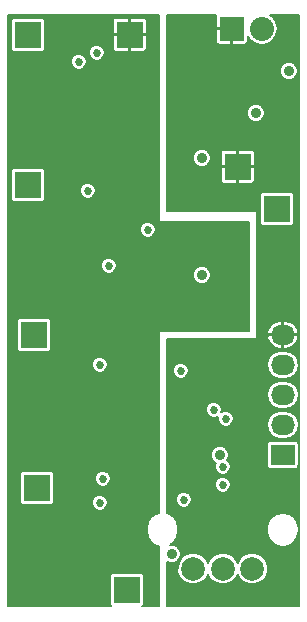
<source format=gbr>
G04 #@! TF.FileFunction,Copper,L3,Inr,Signal*
%FSLAX46Y46*%
G04 Gerber Fmt 4.6, Leading zero omitted, Abs format (unit mm)*
G04 Created by KiCad (PCBNEW 0.201505220134+5676~23~ubuntu14.04.1-product) date Mon 25 May 2015 02:30:49 PM EDT*
%MOMM*%
G01*
G04 APERTURE LIST*
%ADD10C,0.100000*%
%ADD11R,2.032000X2.032000*%
%ADD12O,2.032000X2.032000*%
%ADD13R,2.032000X1.727200*%
%ADD14O,2.032000X1.727200*%
%ADD15R,2.235200X2.235200*%
%ADD16C,2.000000*%
%ADD17C,0.889000*%
%ADD18C,0.685800*%
%ADD19C,0.152400*%
G04 APERTURE END LIST*
D10*
D11*
X97282000Y-69088000D03*
D12*
X99822000Y-69088000D03*
D13*
X101600000Y-105156000D03*
D14*
X101600000Y-102616000D03*
X101600000Y-100076000D03*
X101600000Y-97536000D03*
X101600000Y-94996000D03*
D15*
X88646000Y-69596000D03*
X101092000Y-84328000D03*
X97790000Y-80772000D03*
X88392000Y-116586000D03*
X80010000Y-69596000D03*
X80518000Y-94996000D03*
X80772000Y-107950000D03*
X80010000Y-82296000D03*
D16*
X99020000Y-114808000D03*
X96520000Y-114808000D03*
X94020000Y-114808000D03*
D17*
X93218000Y-110236000D03*
X102362000Y-92964000D03*
X101346000Y-78994000D03*
X94742000Y-77978000D03*
X94996000Y-105156000D03*
X100584000Y-89916000D03*
X92202000Y-113538000D03*
X102108000Y-72644000D03*
X99314000Y-76200000D03*
X94742000Y-80010000D03*
X94742000Y-89916000D03*
X96266000Y-105156000D03*
D18*
X85852000Y-71120000D03*
X84328000Y-71882000D03*
X92964000Y-98044000D03*
X86106000Y-97536000D03*
X86360000Y-107188000D03*
X86106000Y-109220000D03*
X96774000Y-102108000D03*
X90170000Y-86106000D03*
X85090000Y-82804000D03*
X86868000Y-89154000D03*
D17*
X87884000Y-77978000D03*
X90170000Y-75946000D03*
X87884000Y-80010000D03*
X90170000Y-81788000D03*
X78994000Y-85090000D03*
X78740000Y-72390000D03*
X78994000Y-110236000D03*
X78994000Y-97536000D03*
X90932000Y-88646000D03*
X90678000Y-91186000D03*
X95504000Y-88392000D03*
X95504000Y-93472000D03*
D18*
X95758000Y-101346000D03*
X96520000Y-107696000D03*
X93218000Y-108966000D03*
X96520000Y-106172000D03*
D19*
G36*
X98729800Y-94665800D02*
X95516834Y-94665800D01*
X95516834Y-89762579D01*
X95399141Y-89477741D01*
X95181405Y-89259624D01*
X94896773Y-89141435D01*
X94588579Y-89141166D01*
X94303741Y-89258859D01*
X94085624Y-89476595D01*
X93967435Y-89761227D01*
X93967166Y-90069421D01*
X94084859Y-90354259D01*
X94302595Y-90572376D01*
X94587227Y-90690565D01*
X94895421Y-90690834D01*
X95180259Y-90573141D01*
X95398376Y-90355405D01*
X95516565Y-90070773D01*
X95516834Y-89762579D01*
X95516834Y-94665800D01*
X91109800Y-94665800D01*
X91109800Y-94996000D01*
X91109800Y-110111483D01*
X90910954Y-110151036D01*
X90843217Y-110196296D01*
X90843217Y-85972699D01*
X90740959Y-85725217D01*
X90551778Y-85535706D01*
X90304475Y-85433017D01*
X90093800Y-85432832D01*
X90093800Y-70779281D01*
X90093800Y-70647919D01*
X90093800Y-69729350D01*
X90093800Y-69462650D01*
X90093800Y-68544081D01*
X90093800Y-68412719D01*
X90043530Y-68291357D01*
X89950643Y-68198470D01*
X89829281Y-68148200D01*
X88779350Y-68148200D01*
X88696800Y-68230750D01*
X88696800Y-69545200D01*
X90011250Y-69545200D01*
X90093800Y-69462650D01*
X90093800Y-69729350D01*
X90011250Y-69646800D01*
X88696800Y-69646800D01*
X88696800Y-70961250D01*
X88779350Y-71043800D01*
X89829281Y-71043800D01*
X89950643Y-70993530D01*
X90043530Y-70900643D01*
X90093800Y-70779281D01*
X90093800Y-85432832D01*
X90036699Y-85432783D01*
X89789217Y-85535041D01*
X89599706Y-85724222D01*
X89497017Y-85971525D01*
X89496783Y-86239301D01*
X89599041Y-86486783D01*
X89788222Y-86676294D01*
X90035525Y-86778983D01*
X90303301Y-86779217D01*
X90550783Y-86676959D01*
X90740294Y-86487778D01*
X90842983Y-86240475D01*
X90843217Y-85972699D01*
X90843217Y-110196296D01*
X90479407Y-110439388D01*
X90191055Y-110870935D01*
X90089800Y-111379981D01*
X90089800Y-111636019D01*
X90191055Y-112145065D01*
X90479407Y-112576612D01*
X90910954Y-112864964D01*
X91109800Y-112904516D01*
X91109800Y-117983800D01*
X89684280Y-117983800D01*
X89746162Y-117943150D01*
X89820236Y-117833413D01*
X89846269Y-117703600D01*
X89846269Y-115468400D01*
X89821841Y-115342496D01*
X89749150Y-115231838D01*
X89639413Y-115157764D01*
X89509600Y-115131731D01*
X88595200Y-115131731D01*
X88595200Y-70961250D01*
X88595200Y-69646800D01*
X88595200Y-69545200D01*
X88595200Y-68230750D01*
X88512650Y-68148200D01*
X87462719Y-68148200D01*
X87341357Y-68198470D01*
X87248470Y-68291357D01*
X87198200Y-68412719D01*
X87198200Y-68544081D01*
X87198200Y-69462650D01*
X87280750Y-69545200D01*
X88595200Y-69545200D01*
X88595200Y-69646800D01*
X87280750Y-69646800D01*
X87198200Y-69729350D01*
X87198200Y-70647919D01*
X87198200Y-70779281D01*
X87248470Y-70900643D01*
X87341357Y-70993530D01*
X87462719Y-71043800D01*
X88512650Y-71043800D01*
X88595200Y-70961250D01*
X88595200Y-115131731D01*
X87541217Y-115131731D01*
X87541217Y-89020699D01*
X87438959Y-88773217D01*
X87249778Y-88583706D01*
X87002475Y-88481017D01*
X86734699Y-88480783D01*
X86525217Y-88567339D01*
X86525217Y-70986699D01*
X86422959Y-70739217D01*
X86233778Y-70549706D01*
X85986475Y-70447017D01*
X85718699Y-70446783D01*
X85471217Y-70549041D01*
X85281706Y-70738222D01*
X85179017Y-70985525D01*
X85178783Y-71253301D01*
X85281041Y-71500783D01*
X85470222Y-71690294D01*
X85717525Y-71792983D01*
X85985301Y-71793217D01*
X86232783Y-71690959D01*
X86422294Y-71501778D01*
X86524983Y-71254475D01*
X86525217Y-70986699D01*
X86525217Y-88567339D01*
X86487217Y-88583041D01*
X86297706Y-88772222D01*
X86195017Y-89019525D01*
X86194783Y-89287301D01*
X86297041Y-89534783D01*
X86486222Y-89724294D01*
X86733525Y-89826983D01*
X87001301Y-89827217D01*
X87248783Y-89724959D01*
X87438294Y-89535778D01*
X87540983Y-89288475D01*
X87541217Y-89020699D01*
X87541217Y-115131731D01*
X87274400Y-115131731D01*
X87148496Y-115156159D01*
X87037838Y-115228850D01*
X87033217Y-115235695D01*
X87033217Y-107054699D01*
X86930959Y-106807217D01*
X86779217Y-106655210D01*
X86779217Y-97402699D01*
X86676959Y-97155217D01*
X86487778Y-96965706D01*
X86240475Y-96863017D01*
X85972699Y-96862783D01*
X85763217Y-96949339D01*
X85763217Y-82670699D01*
X85660959Y-82423217D01*
X85471778Y-82233706D01*
X85224475Y-82131017D01*
X85001217Y-82130821D01*
X85001217Y-71748699D01*
X84898959Y-71501217D01*
X84709778Y-71311706D01*
X84462475Y-71209017D01*
X84194699Y-71208783D01*
X83947217Y-71311041D01*
X83757706Y-71500222D01*
X83655017Y-71747525D01*
X83654783Y-72015301D01*
X83757041Y-72262783D01*
X83946222Y-72452294D01*
X84193525Y-72554983D01*
X84461301Y-72555217D01*
X84708783Y-72452959D01*
X84898294Y-72263778D01*
X85000983Y-72016475D01*
X85001217Y-71748699D01*
X85001217Y-82130821D01*
X84956699Y-82130783D01*
X84709217Y-82233041D01*
X84519706Y-82422222D01*
X84417017Y-82669525D01*
X84416783Y-82937301D01*
X84519041Y-83184783D01*
X84708222Y-83374294D01*
X84955525Y-83476983D01*
X85223301Y-83477217D01*
X85470783Y-83374959D01*
X85660294Y-83185778D01*
X85762983Y-82938475D01*
X85763217Y-82670699D01*
X85763217Y-96949339D01*
X85725217Y-96965041D01*
X85535706Y-97154222D01*
X85433017Y-97401525D01*
X85432783Y-97669301D01*
X85535041Y-97916783D01*
X85724222Y-98106294D01*
X85971525Y-98208983D01*
X86239301Y-98209217D01*
X86486783Y-98106959D01*
X86676294Y-97917778D01*
X86778983Y-97670475D01*
X86779217Y-97402699D01*
X86779217Y-106655210D01*
X86741778Y-106617706D01*
X86494475Y-106515017D01*
X86226699Y-106514783D01*
X85979217Y-106617041D01*
X85789706Y-106806222D01*
X85687017Y-107053525D01*
X85686783Y-107321301D01*
X85789041Y-107568783D01*
X85978222Y-107758294D01*
X86225525Y-107860983D01*
X86493301Y-107861217D01*
X86740783Y-107758959D01*
X86930294Y-107569778D01*
X87032983Y-107322475D01*
X87033217Y-107054699D01*
X87033217Y-115235695D01*
X86963764Y-115338587D01*
X86937731Y-115468400D01*
X86937731Y-117703600D01*
X86962159Y-117829504D01*
X87034850Y-117940162D01*
X87099497Y-117983800D01*
X86779217Y-117983800D01*
X86779217Y-109086699D01*
X86676959Y-108839217D01*
X86487778Y-108649706D01*
X86240475Y-108547017D01*
X85972699Y-108546783D01*
X85725217Y-108649041D01*
X85535706Y-108838222D01*
X85433017Y-109085525D01*
X85432783Y-109353301D01*
X85535041Y-109600783D01*
X85724222Y-109790294D01*
X85971525Y-109892983D01*
X86239301Y-109893217D01*
X86486783Y-109790959D01*
X86676294Y-109601778D01*
X86778983Y-109354475D01*
X86779217Y-109086699D01*
X86779217Y-117983800D01*
X82226269Y-117983800D01*
X82226269Y-109067600D01*
X82226269Y-106832400D01*
X82201841Y-106706496D01*
X82129150Y-106595838D01*
X82019413Y-106521764D01*
X81972269Y-106512309D01*
X81972269Y-96113600D01*
X81972269Y-93878400D01*
X81947841Y-93752496D01*
X81875150Y-93641838D01*
X81765413Y-93567764D01*
X81635600Y-93541731D01*
X81464269Y-93541731D01*
X81464269Y-83413600D01*
X81464269Y-81178400D01*
X81464269Y-70713600D01*
X81464269Y-68478400D01*
X81439841Y-68352496D01*
X81367150Y-68241838D01*
X81257413Y-68167764D01*
X81127600Y-68141731D01*
X78892400Y-68141731D01*
X78766496Y-68166159D01*
X78655838Y-68238850D01*
X78581764Y-68348587D01*
X78555731Y-68478400D01*
X78555731Y-70713600D01*
X78580159Y-70839504D01*
X78652850Y-70950162D01*
X78762587Y-71024236D01*
X78892400Y-71050269D01*
X81127600Y-71050269D01*
X81253504Y-71025841D01*
X81364162Y-70953150D01*
X81438236Y-70843413D01*
X81464269Y-70713600D01*
X81464269Y-81178400D01*
X81439841Y-81052496D01*
X81367150Y-80941838D01*
X81257413Y-80867764D01*
X81127600Y-80841731D01*
X78892400Y-80841731D01*
X78766496Y-80866159D01*
X78655838Y-80938850D01*
X78581764Y-81048587D01*
X78555731Y-81178400D01*
X78555731Y-83413600D01*
X78580159Y-83539504D01*
X78652850Y-83650162D01*
X78762587Y-83724236D01*
X78892400Y-83750269D01*
X81127600Y-83750269D01*
X81253504Y-83725841D01*
X81364162Y-83653150D01*
X81438236Y-83543413D01*
X81464269Y-83413600D01*
X81464269Y-93541731D01*
X79400400Y-93541731D01*
X79274496Y-93566159D01*
X79163838Y-93638850D01*
X79089764Y-93748587D01*
X79063731Y-93878400D01*
X79063731Y-96113600D01*
X79088159Y-96239504D01*
X79160850Y-96350162D01*
X79270587Y-96424236D01*
X79400400Y-96450269D01*
X81635600Y-96450269D01*
X81761504Y-96425841D01*
X81872162Y-96353150D01*
X81946236Y-96243413D01*
X81972269Y-96113600D01*
X81972269Y-106512309D01*
X81889600Y-106495731D01*
X79654400Y-106495731D01*
X79528496Y-106520159D01*
X79417838Y-106592850D01*
X79343764Y-106702587D01*
X79317731Y-106832400D01*
X79317731Y-109067600D01*
X79342159Y-109193504D01*
X79414850Y-109304162D01*
X79524587Y-109378236D01*
X79654400Y-109404269D01*
X81889600Y-109404269D01*
X82015504Y-109379841D01*
X82126162Y-109307150D01*
X82200236Y-109197413D01*
X82226269Y-109067600D01*
X82226269Y-117983800D01*
X78358200Y-117983800D01*
X78358200Y-67944200D01*
X91109800Y-67944200D01*
X91109800Y-85420200D01*
X98729800Y-85420200D01*
X98729800Y-94665800D01*
X98729800Y-94665800D01*
G37*
X98729800Y-94665800D02*
X95516834Y-94665800D01*
X95516834Y-89762579D01*
X95399141Y-89477741D01*
X95181405Y-89259624D01*
X94896773Y-89141435D01*
X94588579Y-89141166D01*
X94303741Y-89258859D01*
X94085624Y-89476595D01*
X93967435Y-89761227D01*
X93967166Y-90069421D01*
X94084859Y-90354259D01*
X94302595Y-90572376D01*
X94587227Y-90690565D01*
X94895421Y-90690834D01*
X95180259Y-90573141D01*
X95398376Y-90355405D01*
X95516565Y-90070773D01*
X95516834Y-89762579D01*
X95516834Y-94665800D01*
X91109800Y-94665800D01*
X91109800Y-94996000D01*
X91109800Y-110111483D01*
X90910954Y-110151036D01*
X90843217Y-110196296D01*
X90843217Y-85972699D01*
X90740959Y-85725217D01*
X90551778Y-85535706D01*
X90304475Y-85433017D01*
X90093800Y-85432832D01*
X90093800Y-70779281D01*
X90093800Y-70647919D01*
X90093800Y-69729350D01*
X90093800Y-69462650D01*
X90093800Y-68544081D01*
X90093800Y-68412719D01*
X90043530Y-68291357D01*
X89950643Y-68198470D01*
X89829281Y-68148200D01*
X88779350Y-68148200D01*
X88696800Y-68230750D01*
X88696800Y-69545200D01*
X90011250Y-69545200D01*
X90093800Y-69462650D01*
X90093800Y-69729350D01*
X90011250Y-69646800D01*
X88696800Y-69646800D01*
X88696800Y-70961250D01*
X88779350Y-71043800D01*
X89829281Y-71043800D01*
X89950643Y-70993530D01*
X90043530Y-70900643D01*
X90093800Y-70779281D01*
X90093800Y-85432832D01*
X90036699Y-85432783D01*
X89789217Y-85535041D01*
X89599706Y-85724222D01*
X89497017Y-85971525D01*
X89496783Y-86239301D01*
X89599041Y-86486783D01*
X89788222Y-86676294D01*
X90035525Y-86778983D01*
X90303301Y-86779217D01*
X90550783Y-86676959D01*
X90740294Y-86487778D01*
X90842983Y-86240475D01*
X90843217Y-85972699D01*
X90843217Y-110196296D01*
X90479407Y-110439388D01*
X90191055Y-110870935D01*
X90089800Y-111379981D01*
X90089800Y-111636019D01*
X90191055Y-112145065D01*
X90479407Y-112576612D01*
X90910954Y-112864964D01*
X91109800Y-112904516D01*
X91109800Y-117983800D01*
X89684280Y-117983800D01*
X89746162Y-117943150D01*
X89820236Y-117833413D01*
X89846269Y-117703600D01*
X89846269Y-115468400D01*
X89821841Y-115342496D01*
X89749150Y-115231838D01*
X89639413Y-115157764D01*
X89509600Y-115131731D01*
X88595200Y-115131731D01*
X88595200Y-70961250D01*
X88595200Y-69646800D01*
X88595200Y-69545200D01*
X88595200Y-68230750D01*
X88512650Y-68148200D01*
X87462719Y-68148200D01*
X87341357Y-68198470D01*
X87248470Y-68291357D01*
X87198200Y-68412719D01*
X87198200Y-68544081D01*
X87198200Y-69462650D01*
X87280750Y-69545200D01*
X88595200Y-69545200D01*
X88595200Y-69646800D01*
X87280750Y-69646800D01*
X87198200Y-69729350D01*
X87198200Y-70647919D01*
X87198200Y-70779281D01*
X87248470Y-70900643D01*
X87341357Y-70993530D01*
X87462719Y-71043800D01*
X88512650Y-71043800D01*
X88595200Y-70961250D01*
X88595200Y-115131731D01*
X87541217Y-115131731D01*
X87541217Y-89020699D01*
X87438959Y-88773217D01*
X87249778Y-88583706D01*
X87002475Y-88481017D01*
X86734699Y-88480783D01*
X86525217Y-88567339D01*
X86525217Y-70986699D01*
X86422959Y-70739217D01*
X86233778Y-70549706D01*
X85986475Y-70447017D01*
X85718699Y-70446783D01*
X85471217Y-70549041D01*
X85281706Y-70738222D01*
X85179017Y-70985525D01*
X85178783Y-71253301D01*
X85281041Y-71500783D01*
X85470222Y-71690294D01*
X85717525Y-71792983D01*
X85985301Y-71793217D01*
X86232783Y-71690959D01*
X86422294Y-71501778D01*
X86524983Y-71254475D01*
X86525217Y-70986699D01*
X86525217Y-88567339D01*
X86487217Y-88583041D01*
X86297706Y-88772222D01*
X86195017Y-89019525D01*
X86194783Y-89287301D01*
X86297041Y-89534783D01*
X86486222Y-89724294D01*
X86733525Y-89826983D01*
X87001301Y-89827217D01*
X87248783Y-89724959D01*
X87438294Y-89535778D01*
X87540983Y-89288475D01*
X87541217Y-89020699D01*
X87541217Y-115131731D01*
X87274400Y-115131731D01*
X87148496Y-115156159D01*
X87037838Y-115228850D01*
X87033217Y-115235695D01*
X87033217Y-107054699D01*
X86930959Y-106807217D01*
X86779217Y-106655210D01*
X86779217Y-97402699D01*
X86676959Y-97155217D01*
X86487778Y-96965706D01*
X86240475Y-96863017D01*
X85972699Y-96862783D01*
X85763217Y-96949339D01*
X85763217Y-82670699D01*
X85660959Y-82423217D01*
X85471778Y-82233706D01*
X85224475Y-82131017D01*
X85001217Y-82130821D01*
X85001217Y-71748699D01*
X84898959Y-71501217D01*
X84709778Y-71311706D01*
X84462475Y-71209017D01*
X84194699Y-71208783D01*
X83947217Y-71311041D01*
X83757706Y-71500222D01*
X83655017Y-71747525D01*
X83654783Y-72015301D01*
X83757041Y-72262783D01*
X83946222Y-72452294D01*
X84193525Y-72554983D01*
X84461301Y-72555217D01*
X84708783Y-72452959D01*
X84898294Y-72263778D01*
X85000983Y-72016475D01*
X85001217Y-71748699D01*
X85001217Y-82130821D01*
X84956699Y-82130783D01*
X84709217Y-82233041D01*
X84519706Y-82422222D01*
X84417017Y-82669525D01*
X84416783Y-82937301D01*
X84519041Y-83184783D01*
X84708222Y-83374294D01*
X84955525Y-83476983D01*
X85223301Y-83477217D01*
X85470783Y-83374959D01*
X85660294Y-83185778D01*
X85762983Y-82938475D01*
X85763217Y-82670699D01*
X85763217Y-96949339D01*
X85725217Y-96965041D01*
X85535706Y-97154222D01*
X85433017Y-97401525D01*
X85432783Y-97669301D01*
X85535041Y-97916783D01*
X85724222Y-98106294D01*
X85971525Y-98208983D01*
X86239301Y-98209217D01*
X86486783Y-98106959D01*
X86676294Y-97917778D01*
X86778983Y-97670475D01*
X86779217Y-97402699D01*
X86779217Y-106655210D01*
X86741778Y-106617706D01*
X86494475Y-106515017D01*
X86226699Y-106514783D01*
X85979217Y-106617041D01*
X85789706Y-106806222D01*
X85687017Y-107053525D01*
X85686783Y-107321301D01*
X85789041Y-107568783D01*
X85978222Y-107758294D01*
X86225525Y-107860983D01*
X86493301Y-107861217D01*
X86740783Y-107758959D01*
X86930294Y-107569778D01*
X87032983Y-107322475D01*
X87033217Y-107054699D01*
X87033217Y-115235695D01*
X86963764Y-115338587D01*
X86937731Y-115468400D01*
X86937731Y-117703600D01*
X86962159Y-117829504D01*
X87034850Y-117940162D01*
X87099497Y-117983800D01*
X86779217Y-117983800D01*
X86779217Y-109086699D01*
X86676959Y-108839217D01*
X86487778Y-108649706D01*
X86240475Y-108547017D01*
X85972699Y-108546783D01*
X85725217Y-108649041D01*
X85535706Y-108838222D01*
X85433017Y-109085525D01*
X85432783Y-109353301D01*
X85535041Y-109600783D01*
X85724222Y-109790294D01*
X85971525Y-109892983D01*
X86239301Y-109893217D01*
X86486783Y-109790959D01*
X86676294Y-109601778D01*
X86778983Y-109354475D01*
X86779217Y-109086699D01*
X86779217Y-117983800D01*
X82226269Y-117983800D01*
X82226269Y-109067600D01*
X82226269Y-106832400D01*
X82201841Y-106706496D01*
X82129150Y-106595838D01*
X82019413Y-106521764D01*
X81972269Y-106512309D01*
X81972269Y-96113600D01*
X81972269Y-93878400D01*
X81947841Y-93752496D01*
X81875150Y-93641838D01*
X81765413Y-93567764D01*
X81635600Y-93541731D01*
X81464269Y-93541731D01*
X81464269Y-83413600D01*
X81464269Y-81178400D01*
X81464269Y-70713600D01*
X81464269Y-68478400D01*
X81439841Y-68352496D01*
X81367150Y-68241838D01*
X81257413Y-68167764D01*
X81127600Y-68141731D01*
X78892400Y-68141731D01*
X78766496Y-68166159D01*
X78655838Y-68238850D01*
X78581764Y-68348587D01*
X78555731Y-68478400D01*
X78555731Y-70713600D01*
X78580159Y-70839504D01*
X78652850Y-70950162D01*
X78762587Y-71024236D01*
X78892400Y-71050269D01*
X81127600Y-71050269D01*
X81253504Y-71025841D01*
X81364162Y-70953150D01*
X81438236Y-70843413D01*
X81464269Y-70713600D01*
X81464269Y-81178400D01*
X81439841Y-81052496D01*
X81367150Y-80941838D01*
X81257413Y-80867764D01*
X81127600Y-80841731D01*
X78892400Y-80841731D01*
X78766496Y-80866159D01*
X78655838Y-80938850D01*
X78581764Y-81048587D01*
X78555731Y-81178400D01*
X78555731Y-83413600D01*
X78580159Y-83539504D01*
X78652850Y-83650162D01*
X78762587Y-83724236D01*
X78892400Y-83750269D01*
X81127600Y-83750269D01*
X81253504Y-83725841D01*
X81364162Y-83653150D01*
X81438236Y-83543413D01*
X81464269Y-83413600D01*
X81464269Y-93541731D01*
X79400400Y-93541731D01*
X79274496Y-93566159D01*
X79163838Y-93638850D01*
X79089764Y-93748587D01*
X79063731Y-93878400D01*
X79063731Y-96113600D01*
X79088159Y-96239504D01*
X79160850Y-96350162D01*
X79270587Y-96424236D01*
X79400400Y-96450269D01*
X81635600Y-96450269D01*
X81761504Y-96425841D01*
X81872162Y-96353150D01*
X81946236Y-96243413D01*
X81972269Y-96113600D01*
X81972269Y-106512309D01*
X81889600Y-106495731D01*
X79654400Y-106495731D01*
X79528496Y-106520159D01*
X79417838Y-106592850D01*
X79343764Y-106702587D01*
X79317731Y-106832400D01*
X79317731Y-109067600D01*
X79342159Y-109193504D01*
X79414850Y-109304162D01*
X79524587Y-109378236D01*
X79654400Y-109404269D01*
X81889600Y-109404269D01*
X82015504Y-109379841D01*
X82126162Y-109307150D01*
X82200236Y-109197413D01*
X82226269Y-109067600D01*
X82226269Y-117983800D01*
X78358200Y-117983800D01*
X78358200Y-67944200D01*
X91109800Y-67944200D01*
X91109800Y-85420200D01*
X98729800Y-85420200D01*
X98729800Y-94665800D01*
G36*
X102997800Y-117983800D02*
X102972574Y-117983800D01*
X102972574Y-102616000D01*
X102972574Y-100076000D01*
X102972574Y-97536000D01*
X102922488Y-97284202D01*
X102922488Y-95232757D01*
X102922488Y-94759243D01*
X102882834Y-94615354D01*
X102882834Y-72490579D01*
X102765141Y-72205741D01*
X102547405Y-71987624D01*
X102262773Y-71869435D01*
X101954579Y-71869166D01*
X101669741Y-71986859D01*
X101451624Y-72204595D01*
X101333435Y-72489227D01*
X101333166Y-72797421D01*
X101450859Y-73082259D01*
X101668595Y-73300376D01*
X101953227Y-73418565D01*
X102261421Y-73418834D01*
X102546259Y-73301141D01*
X102764376Y-73083405D01*
X102882565Y-72798773D01*
X102882834Y-72490579D01*
X102882834Y-94615354D01*
X102874768Y-94586086D01*
X102632465Y-94187777D01*
X102546269Y-94124721D01*
X102546269Y-85445600D01*
X102546269Y-83210400D01*
X102521841Y-83084496D01*
X102449150Y-82973838D01*
X102339413Y-82899764D01*
X102209600Y-82873731D01*
X100088834Y-82873731D01*
X100088834Y-76046579D01*
X99971141Y-75761741D01*
X99753405Y-75543624D01*
X99468773Y-75425435D01*
X99160579Y-75425166D01*
X98875741Y-75542859D01*
X98657624Y-75760595D01*
X98539435Y-76045227D01*
X98539166Y-76353421D01*
X98656859Y-76638259D01*
X98874595Y-76856376D01*
X99159227Y-76974565D01*
X99467421Y-76974834D01*
X99752259Y-76857141D01*
X99970376Y-76639405D01*
X100088565Y-76354773D01*
X100088834Y-76046579D01*
X100088834Y-82873731D01*
X99974400Y-82873731D01*
X99848496Y-82898159D01*
X99737838Y-82970850D01*
X99663764Y-83080587D01*
X99637731Y-83210400D01*
X99637731Y-85445600D01*
X99662159Y-85571504D01*
X99734850Y-85682162D01*
X99844587Y-85756236D01*
X99974400Y-85782269D01*
X102209600Y-85782269D01*
X102335504Y-85757841D01*
X102446162Y-85685150D01*
X102520236Y-85575413D01*
X102546269Y-85445600D01*
X102546269Y-94124721D01*
X102256181Y-93912513D01*
X101803200Y-93802200D01*
X101650800Y-93802200D01*
X101650800Y-94945200D01*
X102862488Y-94945200D01*
X102922488Y-94759243D01*
X102922488Y-95232757D01*
X102862488Y-95046800D01*
X101650800Y-95046800D01*
X101650800Y-96189800D01*
X101803200Y-96189800D01*
X102256181Y-96079487D01*
X102632465Y-95804223D01*
X102874768Y-95405914D01*
X102922488Y-95232757D01*
X102922488Y-97284202D01*
X102881701Y-97079153D01*
X102622918Y-96691856D01*
X102235621Y-96433073D01*
X101778774Y-96342200D01*
X101549200Y-96342200D01*
X101549200Y-96189800D01*
X101549200Y-95046800D01*
X101549200Y-94945200D01*
X101549200Y-93802200D01*
X101396800Y-93802200D01*
X100943819Y-93912513D01*
X100567535Y-94187777D01*
X100325232Y-94586086D01*
X100277512Y-94759243D01*
X100337512Y-94945200D01*
X101549200Y-94945200D01*
X101549200Y-95046800D01*
X100337512Y-95046800D01*
X100277512Y-95232757D01*
X100325232Y-95405914D01*
X100567535Y-95804223D01*
X100943819Y-96079487D01*
X101396800Y-96189800D01*
X101549200Y-96189800D01*
X101549200Y-96342200D01*
X101421226Y-96342200D01*
X100964379Y-96433073D01*
X100577082Y-96691856D01*
X100318299Y-97079153D01*
X100227426Y-97536000D01*
X100318299Y-97992847D01*
X100577082Y-98380144D01*
X100964379Y-98638927D01*
X101421226Y-98729800D01*
X101778774Y-98729800D01*
X102235621Y-98638927D01*
X102622918Y-98380144D01*
X102881701Y-97992847D01*
X102972574Y-97536000D01*
X102972574Y-100076000D01*
X102881701Y-99619153D01*
X102622918Y-99231856D01*
X102235621Y-98973073D01*
X101778774Y-98882200D01*
X101421226Y-98882200D01*
X100964379Y-98973073D01*
X100577082Y-99231856D01*
X100318299Y-99619153D01*
X100227426Y-100076000D01*
X100318299Y-100532847D01*
X100577082Y-100920144D01*
X100964379Y-101178927D01*
X101421226Y-101269800D01*
X101778774Y-101269800D01*
X102235621Y-101178927D01*
X102622918Y-100920144D01*
X102881701Y-100532847D01*
X102972574Y-100076000D01*
X102972574Y-102616000D01*
X102881701Y-102159153D01*
X102622918Y-101771856D01*
X102235621Y-101513073D01*
X101778774Y-101422200D01*
X101421226Y-101422200D01*
X100964379Y-101513073D01*
X100577082Y-101771856D01*
X100318299Y-102159153D01*
X100227426Y-102616000D01*
X100318299Y-103072847D01*
X100577082Y-103460144D01*
X100964379Y-103718927D01*
X101421226Y-103809800D01*
X101778774Y-103809800D01*
X102235621Y-103718927D01*
X102622918Y-103460144D01*
X102881701Y-103072847D01*
X102972574Y-102616000D01*
X102972574Y-117983800D01*
X102952669Y-117983800D01*
X102952669Y-106019600D01*
X102952669Y-104292400D01*
X102928241Y-104166496D01*
X102855550Y-104055838D01*
X102745813Y-103981764D01*
X102616000Y-103955731D01*
X100584000Y-103955731D01*
X100458096Y-103980159D01*
X100347438Y-104052850D01*
X100273364Y-104162587D01*
X100247331Y-104292400D01*
X100247331Y-106019600D01*
X100271759Y-106145504D01*
X100344450Y-106256162D01*
X100454187Y-106330236D01*
X100584000Y-106356269D01*
X102616000Y-106356269D01*
X102741904Y-106331841D01*
X102852562Y-106259150D01*
X102926636Y-106149413D01*
X102952669Y-106019600D01*
X102952669Y-117983800D01*
X102950200Y-117983800D01*
X102950200Y-111636019D01*
X102950200Y-111379981D01*
X102848945Y-110870935D01*
X102560593Y-110439388D01*
X102129046Y-110151036D01*
X101620000Y-110049781D01*
X101110954Y-110151036D01*
X100679407Y-110439388D01*
X100391055Y-110870935D01*
X100289800Y-111379981D01*
X100289800Y-111636019D01*
X100391055Y-112145065D01*
X100679407Y-112576612D01*
X101110954Y-112864964D01*
X101620000Y-112966219D01*
X102129046Y-112864964D01*
X102560593Y-112576612D01*
X102848945Y-112145065D01*
X102950200Y-111636019D01*
X102950200Y-117983800D01*
X100350430Y-117983800D01*
X100350430Y-114544568D01*
X100148346Y-114055487D01*
X99774481Y-113680969D01*
X99285754Y-113478032D01*
X98756568Y-113477570D01*
X98267487Y-113679654D01*
X97892969Y-114053519D01*
X97769948Y-114349786D01*
X97648346Y-114055487D01*
X97447217Y-113854006D01*
X97447217Y-101974699D01*
X97344959Y-101727217D01*
X97155778Y-101537706D01*
X96908475Y-101435017D01*
X96640699Y-101434783D01*
X96410451Y-101529919D01*
X96430983Y-101480475D01*
X96431217Y-101212699D01*
X96328959Y-100965217D01*
X96139778Y-100775706D01*
X95892475Y-100673017D01*
X95624699Y-100672783D01*
X95377217Y-100775041D01*
X95187706Y-100964222D01*
X95085017Y-101211525D01*
X95084783Y-101479301D01*
X95187041Y-101726783D01*
X95376222Y-101916294D01*
X95623525Y-102018983D01*
X95891301Y-102019217D01*
X96121548Y-101924080D01*
X96101017Y-101973525D01*
X96100783Y-102241301D01*
X96203041Y-102488783D01*
X96392222Y-102678294D01*
X96639525Y-102780983D01*
X96907301Y-102781217D01*
X97154783Y-102678959D01*
X97344294Y-102489778D01*
X97446983Y-102242475D01*
X97447217Y-101974699D01*
X97447217Y-113854006D01*
X97274481Y-113680969D01*
X97193217Y-113647225D01*
X97193217Y-107562699D01*
X97193217Y-106038699D01*
X97090959Y-105791217D01*
X96908908Y-105608848D01*
X96922376Y-105595405D01*
X97040565Y-105310773D01*
X97040834Y-105002579D01*
X96923141Y-104717741D01*
X96705405Y-104499624D01*
X96420773Y-104381435D01*
X96112579Y-104381166D01*
X95827741Y-104498859D01*
X95609624Y-104716595D01*
X95491435Y-105001227D01*
X95491166Y-105309421D01*
X95608859Y-105594259D01*
X95826595Y-105812376D01*
X95923754Y-105852720D01*
X95847017Y-106037525D01*
X95846783Y-106305301D01*
X95949041Y-106552783D01*
X96138222Y-106742294D01*
X96385525Y-106844983D01*
X96653301Y-106845217D01*
X96900783Y-106742959D01*
X97090294Y-106553778D01*
X97192983Y-106306475D01*
X97193217Y-106038699D01*
X97193217Y-107562699D01*
X97090959Y-107315217D01*
X96901778Y-107125706D01*
X96654475Y-107023017D01*
X96386699Y-107022783D01*
X96139217Y-107125041D01*
X95949706Y-107314222D01*
X95847017Y-107561525D01*
X95846783Y-107829301D01*
X95949041Y-108076783D01*
X96138222Y-108266294D01*
X96385525Y-108368983D01*
X96653301Y-108369217D01*
X96900783Y-108266959D01*
X97090294Y-108077778D01*
X97192983Y-107830475D01*
X97193217Y-107562699D01*
X97193217Y-113647225D01*
X96785754Y-113478032D01*
X96256568Y-113477570D01*
X95767487Y-113679654D01*
X95392969Y-114053519D01*
X95269948Y-114349786D01*
X95148346Y-114055487D01*
X94774481Y-113680969D01*
X94285754Y-113478032D01*
X93891217Y-113477687D01*
X93891217Y-108832699D01*
X93788959Y-108585217D01*
X93637217Y-108433210D01*
X93637217Y-97910699D01*
X93534959Y-97663217D01*
X93345778Y-97473706D01*
X93098475Y-97371017D01*
X92830699Y-97370783D01*
X92583217Y-97473041D01*
X92393706Y-97662222D01*
X92291017Y-97909525D01*
X92290783Y-98177301D01*
X92393041Y-98424783D01*
X92582222Y-98614294D01*
X92829525Y-98716983D01*
X93097301Y-98717217D01*
X93344783Y-98614959D01*
X93534294Y-98425778D01*
X93636983Y-98178475D01*
X93637217Y-97910699D01*
X93637217Y-108433210D01*
X93599778Y-108395706D01*
X93352475Y-108293017D01*
X93084699Y-108292783D01*
X92837217Y-108395041D01*
X92647706Y-108584222D01*
X92545017Y-108831525D01*
X92544783Y-109099301D01*
X92647041Y-109346783D01*
X92836222Y-109536294D01*
X93083525Y-109638983D01*
X93351301Y-109639217D01*
X93598783Y-109536959D01*
X93788294Y-109347778D01*
X93890983Y-109100475D01*
X93891217Y-108832699D01*
X93891217Y-113477687D01*
X93756568Y-113477570D01*
X93267487Y-113679654D01*
X92892969Y-114053519D01*
X92690032Y-114542246D01*
X92689570Y-115071432D01*
X92891654Y-115560513D01*
X93265519Y-115935031D01*
X93754246Y-116137968D01*
X94283432Y-116138430D01*
X94772513Y-115936346D01*
X95147031Y-115562481D01*
X95270051Y-115266213D01*
X95391654Y-115560513D01*
X95765519Y-115935031D01*
X96254246Y-116137968D01*
X96783432Y-116138430D01*
X97272513Y-115936346D01*
X97647031Y-115562481D01*
X97770051Y-115266213D01*
X97891654Y-115560513D01*
X98265519Y-115935031D01*
X98754246Y-116137968D01*
X99283432Y-116138430D01*
X99772513Y-115936346D01*
X100147031Y-115562481D01*
X100349968Y-115073754D01*
X100350430Y-114544568D01*
X100350430Y-117983800D01*
X91770200Y-117983800D01*
X91770200Y-114197533D01*
X92047227Y-114312565D01*
X92355421Y-114312834D01*
X92640259Y-114195141D01*
X92858376Y-113977405D01*
X92976565Y-113692773D01*
X92976834Y-113384579D01*
X92859141Y-113099741D01*
X92641405Y-112881624D01*
X92356773Y-112763435D01*
X92081353Y-112763194D01*
X92360593Y-112576612D01*
X92648945Y-112145065D01*
X92750200Y-111636019D01*
X92750200Y-111379981D01*
X92648945Y-110870935D01*
X92360593Y-110439388D01*
X91929046Y-110151036D01*
X91770200Y-110119439D01*
X91770200Y-95326200D01*
X99390200Y-95326200D01*
X99390200Y-84505800D01*
X99237800Y-84505800D01*
X99237800Y-81955281D01*
X99237800Y-81823919D01*
X99237800Y-80905350D01*
X99237800Y-80638650D01*
X99237800Y-79720081D01*
X99237800Y-79588719D01*
X99187530Y-79467357D01*
X99094643Y-79374470D01*
X98973281Y-79324200D01*
X97923350Y-79324200D01*
X97840800Y-79406750D01*
X97840800Y-80721200D01*
X99155250Y-80721200D01*
X99237800Y-80638650D01*
X99237800Y-80905350D01*
X99155250Y-80822800D01*
X97840800Y-80822800D01*
X97840800Y-82137250D01*
X97923350Y-82219800D01*
X98973281Y-82219800D01*
X99094643Y-82169530D01*
X99187530Y-82076643D01*
X99237800Y-81955281D01*
X99237800Y-84505800D01*
X97739200Y-84505800D01*
X97739200Y-82137250D01*
X97739200Y-80822800D01*
X97739200Y-80721200D01*
X97739200Y-79406750D01*
X97656650Y-79324200D01*
X97231200Y-79324200D01*
X97231200Y-70351650D01*
X97231200Y-69138800D01*
X96018350Y-69138800D01*
X95935800Y-69221350D01*
X95935800Y-70169681D01*
X95986070Y-70291043D01*
X96078957Y-70383930D01*
X96200319Y-70434200D01*
X96331681Y-70434200D01*
X97148650Y-70434200D01*
X97231200Y-70351650D01*
X97231200Y-79324200D01*
X96606719Y-79324200D01*
X96485357Y-79374470D01*
X96392470Y-79467357D01*
X96342200Y-79588719D01*
X96342200Y-79720081D01*
X96342200Y-80638650D01*
X96424750Y-80721200D01*
X97739200Y-80721200D01*
X97739200Y-80822800D01*
X96424750Y-80822800D01*
X96342200Y-80905350D01*
X96342200Y-81823919D01*
X96342200Y-81955281D01*
X96392470Y-82076643D01*
X96485357Y-82169530D01*
X96606719Y-82219800D01*
X97656650Y-82219800D01*
X97739200Y-82137250D01*
X97739200Y-84505800D01*
X95516834Y-84505800D01*
X95516834Y-79856579D01*
X95399141Y-79571741D01*
X95181405Y-79353624D01*
X94896773Y-79235435D01*
X94588579Y-79235166D01*
X94303741Y-79352859D01*
X94085624Y-79570595D01*
X93967435Y-79855227D01*
X93967166Y-80163421D01*
X94084859Y-80448259D01*
X94302595Y-80666376D01*
X94587227Y-80784565D01*
X94895421Y-80784834D01*
X95180259Y-80667141D01*
X95398376Y-80449405D01*
X95516565Y-80164773D01*
X95516834Y-79856579D01*
X95516834Y-84505800D01*
X91770200Y-84505800D01*
X91770200Y-67944200D01*
X95961530Y-67944200D01*
X95935800Y-68006319D01*
X95935800Y-68954650D01*
X96018350Y-69037200D01*
X97231200Y-69037200D01*
X97231200Y-69017200D01*
X97332800Y-69017200D01*
X97332800Y-69037200D01*
X97352800Y-69037200D01*
X97352800Y-69138800D01*
X97332800Y-69138800D01*
X97332800Y-70351650D01*
X97415350Y-70434200D01*
X98232319Y-70434200D01*
X98363681Y-70434200D01*
X98485043Y-70383930D01*
X98577930Y-70291043D01*
X98628200Y-70169681D01*
X98628200Y-69704262D01*
X98870093Y-70066281D01*
X99306832Y-70358101D01*
X99822000Y-70460574D01*
X100337168Y-70358101D01*
X100773907Y-70066281D01*
X101065727Y-69629542D01*
X101168200Y-69114374D01*
X101168200Y-69061626D01*
X101065727Y-68546458D01*
X100773907Y-68109719D01*
X100526190Y-67944200D01*
X102997800Y-67944200D01*
X102997800Y-117983800D01*
X102997800Y-117983800D01*
G37*
X102997800Y-117983800D02*
X102972574Y-117983800D01*
X102972574Y-102616000D01*
X102972574Y-100076000D01*
X102972574Y-97536000D01*
X102922488Y-97284202D01*
X102922488Y-95232757D01*
X102922488Y-94759243D01*
X102882834Y-94615354D01*
X102882834Y-72490579D01*
X102765141Y-72205741D01*
X102547405Y-71987624D01*
X102262773Y-71869435D01*
X101954579Y-71869166D01*
X101669741Y-71986859D01*
X101451624Y-72204595D01*
X101333435Y-72489227D01*
X101333166Y-72797421D01*
X101450859Y-73082259D01*
X101668595Y-73300376D01*
X101953227Y-73418565D01*
X102261421Y-73418834D01*
X102546259Y-73301141D01*
X102764376Y-73083405D01*
X102882565Y-72798773D01*
X102882834Y-72490579D01*
X102882834Y-94615354D01*
X102874768Y-94586086D01*
X102632465Y-94187777D01*
X102546269Y-94124721D01*
X102546269Y-85445600D01*
X102546269Y-83210400D01*
X102521841Y-83084496D01*
X102449150Y-82973838D01*
X102339413Y-82899764D01*
X102209600Y-82873731D01*
X100088834Y-82873731D01*
X100088834Y-76046579D01*
X99971141Y-75761741D01*
X99753405Y-75543624D01*
X99468773Y-75425435D01*
X99160579Y-75425166D01*
X98875741Y-75542859D01*
X98657624Y-75760595D01*
X98539435Y-76045227D01*
X98539166Y-76353421D01*
X98656859Y-76638259D01*
X98874595Y-76856376D01*
X99159227Y-76974565D01*
X99467421Y-76974834D01*
X99752259Y-76857141D01*
X99970376Y-76639405D01*
X100088565Y-76354773D01*
X100088834Y-76046579D01*
X100088834Y-82873731D01*
X99974400Y-82873731D01*
X99848496Y-82898159D01*
X99737838Y-82970850D01*
X99663764Y-83080587D01*
X99637731Y-83210400D01*
X99637731Y-85445600D01*
X99662159Y-85571504D01*
X99734850Y-85682162D01*
X99844587Y-85756236D01*
X99974400Y-85782269D01*
X102209600Y-85782269D01*
X102335504Y-85757841D01*
X102446162Y-85685150D01*
X102520236Y-85575413D01*
X102546269Y-85445600D01*
X102546269Y-94124721D01*
X102256181Y-93912513D01*
X101803200Y-93802200D01*
X101650800Y-93802200D01*
X101650800Y-94945200D01*
X102862488Y-94945200D01*
X102922488Y-94759243D01*
X102922488Y-95232757D01*
X102862488Y-95046800D01*
X101650800Y-95046800D01*
X101650800Y-96189800D01*
X101803200Y-96189800D01*
X102256181Y-96079487D01*
X102632465Y-95804223D01*
X102874768Y-95405914D01*
X102922488Y-95232757D01*
X102922488Y-97284202D01*
X102881701Y-97079153D01*
X102622918Y-96691856D01*
X102235621Y-96433073D01*
X101778774Y-96342200D01*
X101549200Y-96342200D01*
X101549200Y-96189800D01*
X101549200Y-95046800D01*
X101549200Y-94945200D01*
X101549200Y-93802200D01*
X101396800Y-93802200D01*
X100943819Y-93912513D01*
X100567535Y-94187777D01*
X100325232Y-94586086D01*
X100277512Y-94759243D01*
X100337512Y-94945200D01*
X101549200Y-94945200D01*
X101549200Y-95046800D01*
X100337512Y-95046800D01*
X100277512Y-95232757D01*
X100325232Y-95405914D01*
X100567535Y-95804223D01*
X100943819Y-96079487D01*
X101396800Y-96189800D01*
X101549200Y-96189800D01*
X101549200Y-96342200D01*
X101421226Y-96342200D01*
X100964379Y-96433073D01*
X100577082Y-96691856D01*
X100318299Y-97079153D01*
X100227426Y-97536000D01*
X100318299Y-97992847D01*
X100577082Y-98380144D01*
X100964379Y-98638927D01*
X101421226Y-98729800D01*
X101778774Y-98729800D01*
X102235621Y-98638927D01*
X102622918Y-98380144D01*
X102881701Y-97992847D01*
X102972574Y-97536000D01*
X102972574Y-100076000D01*
X102881701Y-99619153D01*
X102622918Y-99231856D01*
X102235621Y-98973073D01*
X101778774Y-98882200D01*
X101421226Y-98882200D01*
X100964379Y-98973073D01*
X100577082Y-99231856D01*
X100318299Y-99619153D01*
X100227426Y-100076000D01*
X100318299Y-100532847D01*
X100577082Y-100920144D01*
X100964379Y-101178927D01*
X101421226Y-101269800D01*
X101778774Y-101269800D01*
X102235621Y-101178927D01*
X102622918Y-100920144D01*
X102881701Y-100532847D01*
X102972574Y-100076000D01*
X102972574Y-102616000D01*
X102881701Y-102159153D01*
X102622918Y-101771856D01*
X102235621Y-101513073D01*
X101778774Y-101422200D01*
X101421226Y-101422200D01*
X100964379Y-101513073D01*
X100577082Y-101771856D01*
X100318299Y-102159153D01*
X100227426Y-102616000D01*
X100318299Y-103072847D01*
X100577082Y-103460144D01*
X100964379Y-103718927D01*
X101421226Y-103809800D01*
X101778774Y-103809800D01*
X102235621Y-103718927D01*
X102622918Y-103460144D01*
X102881701Y-103072847D01*
X102972574Y-102616000D01*
X102972574Y-117983800D01*
X102952669Y-117983800D01*
X102952669Y-106019600D01*
X102952669Y-104292400D01*
X102928241Y-104166496D01*
X102855550Y-104055838D01*
X102745813Y-103981764D01*
X102616000Y-103955731D01*
X100584000Y-103955731D01*
X100458096Y-103980159D01*
X100347438Y-104052850D01*
X100273364Y-104162587D01*
X100247331Y-104292400D01*
X100247331Y-106019600D01*
X100271759Y-106145504D01*
X100344450Y-106256162D01*
X100454187Y-106330236D01*
X100584000Y-106356269D01*
X102616000Y-106356269D01*
X102741904Y-106331841D01*
X102852562Y-106259150D01*
X102926636Y-106149413D01*
X102952669Y-106019600D01*
X102952669Y-117983800D01*
X102950200Y-117983800D01*
X102950200Y-111636019D01*
X102950200Y-111379981D01*
X102848945Y-110870935D01*
X102560593Y-110439388D01*
X102129046Y-110151036D01*
X101620000Y-110049781D01*
X101110954Y-110151036D01*
X100679407Y-110439388D01*
X100391055Y-110870935D01*
X100289800Y-111379981D01*
X100289800Y-111636019D01*
X100391055Y-112145065D01*
X100679407Y-112576612D01*
X101110954Y-112864964D01*
X101620000Y-112966219D01*
X102129046Y-112864964D01*
X102560593Y-112576612D01*
X102848945Y-112145065D01*
X102950200Y-111636019D01*
X102950200Y-117983800D01*
X100350430Y-117983800D01*
X100350430Y-114544568D01*
X100148346Y-114055487D01*
X99774481Y-113680969D01*
X99285754Y-113478032D01*
X98756568Y-113477570D01*
X98267487Y-113679654D01*
X97892969Y-114053519D01*
X97769948Y-114349786D01*
X97648346Y-114055487D01*
X97447217Y-113854006D01*
X97447217Y-101974699D01*
X97344959Y-101727217D01*
X97155778Y-101537706D01*
X96908475Y-101435017D01*
X96640699Y-101434783D01*
X96410451Y-101529919D01*
X96430983Y-101480475D01*
X96431217Y-101212699D01*
X96328959Y-100965217D01*
X96139778Y-100775706D01*
X95892475Y-100673017D01*
X95624699Y-100672783D01*
X95377217Y-100775041D01*
X95187706Y-100964222D01*
X95085017Y-101211525D01*
X95084783Y-101479301D01*
X95187041Y-101726783D01*
X95376222Y-101916294D01*
X95623525Y-102018983D01*
X95891301Y-102019217D01*
X96121548Y-101924080D01*
X96101017Y-101973525D01*
X96100783Y-102241301D01*
X96203041Y-102488783D01*
X96392222Y-102678294D01*
X96639525Y-102780983D01*
X96907301Y-102781217D01*
X97154783Y-102678959D01*
X97344294Y-102489778D01*
X97446983Y-102242475D01*
X97447217Y-101974699D01*
X97447217Y-113854006D01*
X97274481Y-113680969D01*
X97193217Y-113647225D01*
X97193217Y-107562699D01*
X97193217Y-106038699D01*
X97090959Y-105791217D01*
X96908908Y-105608848D01*
X96922376Y-105595405D01*
X97040565Y-105310773D01*
X97040834Y-105002579D01*
X96923141Y-104717741D01*
X96705405Y-104499624D01*
X96420773Y-104381435D01*
X96112579Y-104381166D01*
X95827741Y-104498859D01*
X95609624Y-104716595D01*
X95491435Y-105001227D01*
X95491166Y-105309421D01*
X95608859Y-105594259D01*
X95826595Y-105812376D01*
X95923754Y-105852720D01*
X95847017Y-106037525D01*
X95846783Y-106305301D01*
X95949041Y-106552783D01*
X96138222Y-106742294D01*
X96385525Y-106844983D01*
X96653301Y-106845217D01*
X96900783Y-106742959D01*
X97090294Y-106553778D01*
X97192983Y-106306475D01*
X97193217Y-106038699D01*
X97193217Y-107562699D01*
X97090959Y-107315217D01*
X96901778Y-107125706D01*
X96654475Y-107023017D01*
X96386699Y-107022783D01*
X96139217Y-107125041D01*
X95949706Y-107314222D01*
X95847017Y-107561525D01*
X95846783Y-107829301D01*
X95949041Y-108076783D01*
X96138222Y-108266294D01*
X96385525Y-108368983D01*
X96653301Y-108369217D01*
X96900783Y-108266959D01*
X97090294Y-108077778D01*
X97192983Y-107830475D01*
X97193217Y-107562699D01*
X97193217Y-113647225D01*
X96785754Y-113478032D01*
X96256568Y-113477570D01*
X95767487Y-113679654D01*
X95392969Y-114053519D01*
X95269948Y-114349786D01*
X95148346Y-114055487D01*
X94774481Y-113680969D01*
X94285754Y-113478032D01*
X93891217Y-113477687D01*
X93891217Y-108832699D01*
X93788959Y-108585217D01*
X93637217Y-108433210D01*
X93637217Y-97910699D01*
X93534959Y-97663217D01*
X93345778Y-97473706D01*
X93098475Y-97371017D01*
X92830699Y-97370783D01*
X92583217Y-97473041D01*
X92393706Y-97662222D01*
X92291017Y-97909525D01*
X92290783Y-98177301D01*
X92393041Y-98424783D01*
X92582222Y-98614294D01*
X92829525Y-98716983D01*
X93097301Y-98717217D01*
X93344783Y-98614959D01*
X93534294Y-98425778D01*
X93636983Y-98178475D01*
X93637217Y-97910699D01*
X93637217Y-108433210D01*
X93599778Y-108395706D01*
X93352475Y-108293017D01*
X93084699Y-108292783D01*
X92837217Y-108395041D01*
X92647706Y-108584222D01*
X92545017Y-108831525D01*
X92544783Y-109099301D01*
X92647041Y-109346783D01*
X92836222Y-109536294D01*
X93083525Y-109638983D01*
X93351301Y-109639217D01*
X93598783Y-109536959D01*
X93788294Y-109347778D01*
X93890983Y-109100475D01*
X93891217Y-108832699D01*
X93891217Y-113477687D01*
X93756568Y-113477570D01*
X93267487Y-113679654D01*
X92892969Y-114053519D01*
X92690032Y-114542246D01*
X92689570Y-115071432D01*
X92891654Y-115560513D01*
X93265519Y-115935031D01*
X93754246Y-116137968D01*
X94283432Y-116138430D01*
X94772513Y-115936346D01*
X95147031Y-115562481D01*
X95270051Y-115266213D01*
X95391654Y-115560513D01*
X95765519Y-115935031D01*
X96254246Y-116137968D01*
X96783432Y-116138430D01*
X97272513Y-115936346D01*
X97647031Y-115562481D01*
X97770051Y-115266213D01*
X97891654Y-115560513D01*
X98265519Y-115935031D01*
X98754246Y-116137968D01*
X99283432Y-116138430D01*
X99772513Y-115936346D01*
X100147031Y-115562481D01*
X100349968Y-115073754D01*
X100350430Y-114544568D01*
X100350430Y-117983800D01*
X91770200Y-117983800D01*
X91770200Y-114197533D01*
X92047227Y-114312565D01*
X92355421Y-114312834D01*
X92640259Y-114195141D01*
X92858376Y-113977405D01*
X92976565Y-113692773D01*
X92976834Y-113384579D01*
X92859141Y-113099741D01*
X92641405Y-112881624D01*
X92356773Y-112763435D01*
X92081353Y-112763194D01*
X92360593Y-112576612D01*
X92648945Y-112145065D01*
X92750200Y-111636019D01*
X92750200Y-111379981D01*
X92648945Y-110870935D01*
X92360593Y-110439388D01*
X91929046Y-110151036D01*
X91770200Y-110119439D01*
X91770200Y-95326200D01*
X99390200Y-95326200D01*
X99390200Y-84505800D01*
X99237800Y-84505800D01*
X99237800Y-81955281D01*
X99237800Y-81823919D01*
X99237800Y-80905350D01*
X99237800Y-80638650D01*
X99237800Y-79720081D01*
X99237800Y-79588719D01*
X99187530Y-79467357D01*
X99094643Y-79374470D01*
X98973281Y-79324200D01*
X97923350Y-79324200D01*
X97840800Y-79406750D01*
X97840800Y-80721200D01*
X99155250Y-80721200D01*
X99237800Y-80638650D01*
X99237800Y-80905350D01*
X99155250Y-80822800D01*
X97840800Y-80822800D01*
X97840800Y-82137250D01*
X97923350Y-82219800D01*
X98973281Y-82219800D01*
X99094643Y-82169530D01*
X99187530Y-82076643D01*
X99237800Y-81955281D01*
X99237800Y-84505800D01*
X97739200Y-84505800D01*
X97739200Y-82137250D01*
X97739200Y-80822800D01*
X97739200Y-80721200D01*
X97739200Y-79406750D01*
X97656650Y-79324200D01*
X97231200Y-79324200D01*
X97231200Y-70351650D01*
X97231200Y-69138800D01*
X96018350Y-69138800D01*
X95935800Y-69221350D01*
X95935800Y-70169681D01*
X95986070Y-70291043D01*
X96078957Y-70383930D01*
X96200319Y-70434200D01*
X96331681Y-70434200D01*
X97148650Y-70434200D01*
X97231200Y-70351650D01*
X97231200Y-79324200D01*
X96606719Y-79324200D01*
X96485357Y-79374470D01*
X96392470Y-79467357D01*
X96342200Y-79588719D01*
X96342200Y-79720081D01*
X96342200Y-80638650D01*
X96424750Y-80721200D01*
X97739200Y-80721200D01*
X97739200Y-80822800D01*
X96424750Y-80822800D01*
X96342200Y-80905350D01*
X96342200Y-81823919D01*
X96342200Y-81955281D01*
X96392470Y-82076643D01*
X96485357Y-82169530D01*
X96606719Y-82219800D01*
X97656650Y-82219800D01*
X97739200Y-82137250D01*
X97739200Y-84505800D01*
X95516834Y-84505800D01*
X95516834Y-79856579D01*
X95399141Y-79571741D01*
X95181405Y-79353624D01*
X94896773Y-79235435D01*
X94588579Y-79235166D01*
X94303741Y-79352859D01*
X94085624Y-79570595D01*
X93967435Y-79855227D01*
X93967166Y-80163421D01*
X94084859Y-80448259D01*
X94302595Y-80666376D01*
X94587227Y-80784565D01*
X94895421Y-80784834D01*
X95180259Y-80667141D01*
X95398376Y-80449405D01*
X95516565Y-80164773D01*
X95516834Y-79856579D01*
X95516834Y-84505800D01*
X91770200Y-84505800D01*
X91770200Y-67944200D01*
X95961530Y-67944200D01*
X95935800Y-68006319D01*
X95935800Y-68954650D01*
X96018350Y-69037200D01*
X97231200Y-69037200D01*
X97231200Y-69017200D01*
X97332800Y-69017200D01*
X97332800Y-69037200D01*
X97352800Y-69037200D01*
X97352800Y-69138800D01*
X97332800Y-69138800D01*
X97332800Y-70351650D01*
X97415350Y-70434200D01*
X98232319Y-70434200D01*
X98363681Y-70434200D01*
X98485043Y-70383930D01*
X98577930Y-70291043D01*
X98628200Y-70169681D01*
X98628200Y-69704262D01*
X98870093Y-70066281D01*
X99306832Y-70358101D01*
X99822000Y-70460574D01*
X100337168Y-70358101D01*
X100773907Y-70066281D01*
X101065727Y-69629542D01*
X101168200Y-69114374D01*
X101168200Y-69061626D01*
X101065727Y-68546458D01*
X100773907Y-68109719D01*
X100526190Y-67944200D01*
X102997800Y-67944200D01*
X102997800Y-117983800D01*
M02*

</source>
